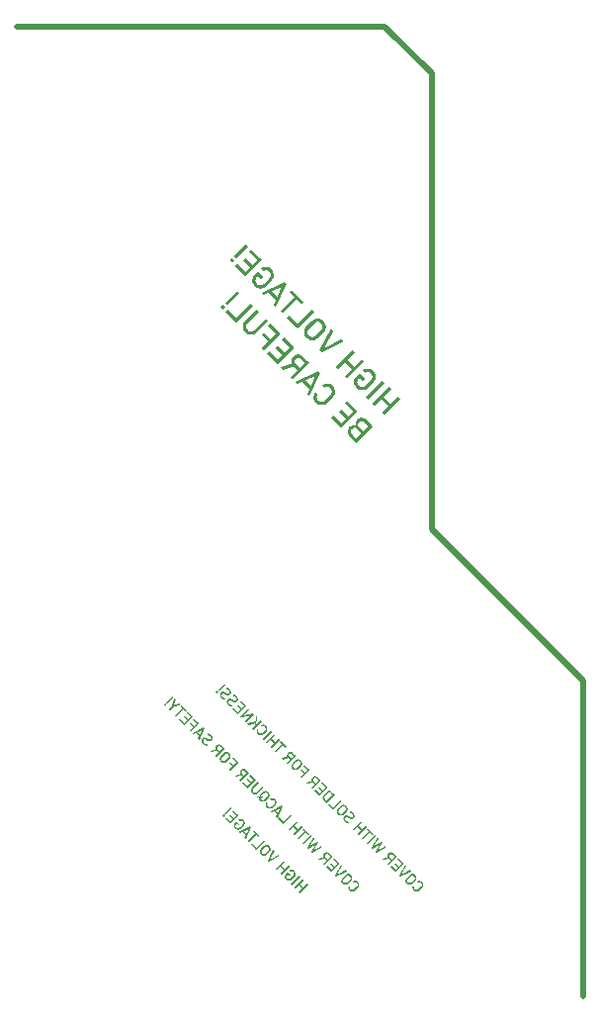
<source format=gbr>
%TF.GenerationSoftware,KiCad,Pcbnew,9.0.7*%
%TF.CreationDate,2026-02-03T14:25:51+01:00*%
%TF.ProjectId,lokho2-base,6c6f6b68-6f32-42d6-9261-73652e6b6963,rev?*%
%TF.SameCoordinates,Original*%
%TF.FileFunction,Legend,Bot*%
%TF.FilePolarity,Positive*%
%FSLAX46Y46*%
G04 Gerber Fmt 4.6, Leading zero omitted, Abs format (unit mm)*
G04 Created by KiCad (PCBNEW 9.0.7) date 2026-02-03 14:25:51*
%MOMM*%
%LPD*%
G01*
G04 APERTURE LIST*
%ADD10C,0.500000*%
%ADD11C,0.125000*%
G04 APERTURE END LIST*
D10*
X136000000Y-109000000D02*
X149000000Y-122000000D01*
X136000000Y-70000000D02*
X136000000Y-109000000D01*
X132000000Y-66000000D02*
X136000000Y-70000000D01*
X100500000Y-66000000D02*
X132000000Y-66000000D01*
X149000000Y-122000000D02*
X149000000Y-149000000D01*
D11*
G36*
X128968422Y-139897833D02*
G01*
X129020266Y-139942062D01*
X129073752Y-139973602D01*
X129129513Y-139993728D01*
X129187980Y-140003000D01*
X129246666Y-140001049D01*
X129306580Y-139987640D01*
X129363495Y-139963828D01*
X129419381Y-139928532D01*
X129474752Y-139880347D01*
X129667535Y-139687564D01*
X129716033Y-139631865D01*
X129751455Y-139575837D01*
X129775260Y-139518960D01*
X129788689Y-139459018D01*
X129790638Y-139400333D01*
X129781348Y-139341894D01*
X129761244Y-139286106D01*
X129729717Y-139232606D01*
X129685496Y-139180759D01*
X129642577Y-139143800D01*
X129596902Y-139115598D01*
X129548022Y-139095529D01*
X129496567Y-139083416D01*
X129444287Y-139079562D01*
X129390558Y-139084001D01*
X129338047Y-139096492D01*
X129286267Y-139117452D01*
X129234734Y-139147513D01*
X129335681Y-139248460D01*
X129379979Y-139228906D01*
X129425617Y-139219920D01*
X129471721Y-139220708D01*
X129515554Y-139230930D01*
X129555718Y-139249976D01*
X129589472Y-139276783D01*
X129617990Y-139311306D01*
X129636706Y-139347283D01*
X129646614Y-139385387D01*
X129647889Y-139426563D01*
X129636684Y-139480373D01*
X129610421Y-139533282D01*
X129566631Y-139586574D01*
X129373762Y-139779444D01*
X129320469Y-139823225D01*
X129267635Y-139849405D01*
X129213966Y-139860486D01*
X129172932Y-139859101D01*
X129134912Y-139849122D01*
X129098971Y-139830357D01*
X129064446Y-139801809D01*
X129037903Y-139768950D01*
X129018793Y-139730810D01*
X129007021Y-139686355D01*
X129005069Y-139640784D01*
X129014443Y-139595085D01*
X129036122Y-139548018D01*
X128935176Y-139447071D01*
X128905146Y-139498611D01*
X128884241Y-139550476D01*
X128871836Y-139603154D01*
X128867536Y-139657025D01*
X128871411Y-139709324D01*
X128883407Y-139760662D01*
X128903340Y-139809341D01*
X128931463Y-139854916D01*
X128968422Y-139897833D01*
G37*
G36*
X128928311Y-138487820D02*
G01*
X128984043Y-138508494D01*
X129037853Y-138540648D01*
X129090352Y-138585615D01*
X129135320Y-138638113D01*
X129167490Y-138691938D01*
X129188190Y-138747699D01*
X129198124Y-138806191D01*
X129196798Y-138864718D01*
X129184045Y-138924291D01*
X129160808Y-138980856D01*
X129125998Y-139036405D01*
X129078176Y-139091470D01*
X128879133Y-139290514D01*
X128824399Y-139338028D01*
X128768918Y-139372791D01*
X128712170Y-139396166D01*
X128652446Y-139409044D01*
X128593850Y-139410435D01*
X128535362Y-139400527D01*
X128479601Y-139379827D01*
X128425776Y-139347657D01*
X128373278Y-139302689D01*
X128328311Y-139250191D01*
X128296157Y-139196380D01*
X128275483Y-139140648D01*
X128265555Y-139082132D01*
X128266181Y-139055806D01*
X128408078Y-139055806D01*
X128413264Y-139108725D01*
X128433555Y-139157982D01*
X128470684Y-139205283D01*
X128517657Y-139242121D01*
X128566845Y-139262374D01*
X128619945Y-139267673D01*
X128672821Y-139258333D01*
X128724020Y-139234142D01*
X128774905Y-139192848D01*
X128980511Y-138987242D01*
X129022103Y-138936025D01*
X129046332Y-138884761D01*
X129055552Y-138832066D01*
X129050140Y-138779111D01*
X129029821Y-138729989D01*
X128992946Y-138683021D01*
X128945650Y-138645855D01*
X128896460Y-138625497D01*
X128843685Y-138620199D01*
X128791131Y-138629529D01*
X128739935Y-138653826D01*
X128688725Y-138695456D01*
X128483119Y-138901062D01*
X128441787Y-138951941D01*
X128417527Y-139003072D01*
X128408078Y-139055806D01*
X128266181Y-139055806D01*
X128266948Y-139023537D01*
X128279844Y-138963841D01*
X128303197Y-138907065D01*
X128337946Y-138851570D01*
X128385453Y-138796834D01*
X128584497Y-138597791D01*
X128639565Y-138549976D01*
X128695128Y-138515180D01*
X128751719Y-138491965D01*
X128811265Y-138479193D01*
X128869791Y-138477866D01*
X128928311Y-138487820D01*
G37*
G36*
X127817683Y-138731897D02*
G01*
X128748524Y-138258985D01*
X128641317Y-138151778D01*
X127922429Y-138533458D01*
X128304152Y-137814613D01*
X128196902Y-137707363D01*
X127723990Y-138638204D01*
X127817683Y-138731897D01*
G37*
G36*
X127388380Y-138302593D02*
G01*
X128090256Y-137600717D01*
X127991727Y-137502188D01*
X127289851Y-138204065D01*
X127388380Y-138302593D01*
G37*
G36*
X127340583Y-138254797D02*
G01*
X127434535Y-138160845D01*
X127031181Y-137757491D01*
X126937229Y-137851443D01*
X127340583Y-138254797D01*
G37*
G36*
X127641782Y-137953598D02*
G01*
X127735734Y-137859646D01*
X127385530Y-137509442D01*
X127291578Y-137603394D01*
X127641782Y-137953598D01*
G37*
G36*
X127948508Y-137646873D02*
G01*
X128042460Y-137552921D01*
X127639105Y-137149566D01*
X127545153Y-137243518D01*
X127948508Y-137646873D01*
G37*
G36*
X127049747Y-137372616D02*
G01*
X127143699Y-137278664D01*
X126904113Y-137039078D01*
X126880271Y-137008306D01*
X126867540Y-136975719D01*
X126864952Y-136940074D01*
X126872183Y-136904617D01*
X126889359Y-136869800D01*
X126918102Y-136834767D01*
X126953136Y-136806025D01*
X126987937Y-136788866D01*
X127023366Y-136781660D01*
X127059040Y-136784225D01*
X127091640Y-136796943D01*
X127122413Y-136820778D01*
X127361999Y-137060364D01*
X127455951Y-136966412D01*
X127220208Y-136730669D01*
X127176973Y-136693403D01*
X127132928Y-136666497D01*
X127087613Y-136648849D01*
X127039950Y-136639672D01*
X126992851Y-136639555D01*
X126945519Y-136648461D01*
X126900466Y-136665874D01*
X126856539Y-136692650D01*
X126813270Y-136729935D01*
X126776325Y-136772885D01*
X126749668Y-136816813D01*
X126732227Y-136862184D01*
X126723309Y-136909830D01*
X126723371Y-136957005D01*
X126732400Y-137004494D01*
X126749916Y-137049664D01*
X126776743Y-137093635D01*
X126814004Y-137136873D01*
X127049747Y-137372616D01*
G37*
G36*
X126797035Y-137711249D02*
G01*
X127498911Y-137009373D01*
X127400383Y-136910844D01*
X126698507Y-137612720D01*
X126797035Y-137711249D01*
G37*
G36*
X126401928Y-137316141D02*
G01*
X126880236Y-137159497D01*
X126804462Y-137039164D01*
X126285006Y-137199219D01*
X126401928Y-137316141D01*
G37*
G36*
X125884026Y-136495055D02*
G01*
X126290403Y-135800864D01*
X126222745Y-135733206D01*
X125528511Y-136139540D01*
X125954663Y-135465124D01*
X125852248Y-135362709D01*
X125321869Y-136236082D01*
X125422340Y-136336554D01*
X126042225Y-135975556D01*
X125687055Y-136601269D01*
X125787527Y-136701740D01*
X126660857Y-136171318D01*
X126558485Y-136068946D01*
X125884026Y-136495055D01*
G37*
G36*
X125647074Y-135157535D02*
G01*
X124945198Y-135859411D01*
X125043726Y-135957940D01*
X125745602Y-135256064D01*
X125647074Y-135157535D01*
G37*
G36*
X124630959Y-135545173D02*
G01*
X125275195Y-134900937D01*
X125176623Y-134802365D01*
X124532388Y-135446601D01*
X124630959Y-135545173D01*
G37*
G36*
X125437409Y-135135774D02*
G01*
X125531361Y-135041822D01*
X125035739Y-134546200D01*
X124941787Y-134640152D01*
X125437409Y-135135774D01*
G37*
G36*
X123838542Y-134752756D02*
G01*
X124540418Y-134050879D01*
X124441890Y-133952351D01*
X123740014Y-134654227D01*
X123838542Y-134752756D01*
G37*
G36*
X124237536Y-135151749D02*
G01*
X124939412Y-134449873D01*
X124840883Y-134351344D01*
X124139007Y-135053221D01*
X124237536Y-135151749D01*
G37*
G36*
X124474618Y-134791960D02*
G01*
X124568569Y-134698008D01*
X124178773Y-134308211D01*
X124084821Y-134402163D01*
X124474618Y-134791960D01*
G37*
G36*
X123300780Y-134214993D02*
G01*
X124002656Y-133513117D01*
X123904127Y-133414588D01*
X123202251Y-134116464D01*
X123300780Y-134214993D01*
G37*
G36*
X123251515Y-134165729D02*
G01*
X123345467Y-134071777D01*
X122943581Y-133669891D01*
X122849629Y-133763842D01*
X123251515Y-134165729D01*
G37*
G36*
X122791557Y-133705770D02*
G01*
X123234547Y-132745008D01*
X123150482Y-132660943D01*
X122189720Y-133103934D01*
X122295977Y-133210191D01*
X123056876Y-132838658D01*
X122685299Y-133599513D01*
X122791557Y-133705770D01*
G37*
G36*
X122827004Y-133431729D02*
G01*
X122920956Y-133337777D01*
X122551452Y-132968273D01*
X122457500Y-133062225D01*
X122827004Y-133431729D01*
G37*
G36*
X121884722Y-132814133D02*
G01*
X121936566Y-132858362D01*
X121990052Y-132889902D01*
X122045813Y-132910028D01*
X122104280Y-132919300D01*
X122162966Y-132917349D01*
X122222880Y-132903940D01*
X122279795Y-132880127D01*
X122335681Y-132844832D01*
X122391052Y-132796647D01*
X122583835Y-132603864D01*
X122632333Y-132548165D01*
X122667755Y-132492137D01*
X122691560Y-132435260D01*
X122704989Y-132375318D01*
X122706938Y-132316633D01*
X122697648Y-132258194D01*
X122677544Y-132202406D01*
X122646017Y-132148906D01*
X122601796Y-132097059D01*
X122558877Y-132060100D01*
X122513202Y-132031898D01*
X122464322Y-132011829D01*
X122412867Y-131999716D01*
X122360587Y-131995862D01*
X122306858Y-132000301D01*
X122254347Y-132012792D01*
X122202567Y-132033752D01*
X122151034Y-132063813D01*
X122251981Y-132164760D01*
X122296279Y-132145206D01*
X122341917Y-132136220D01*
X122388021Y-132137008D01*
X122431854Y-132147230D01*
X122472018Y-132166276D01*
X122505772Y-132193083D01*
X122534290Y-132227606D01*
X122553006Y-132263583D01*
X122562914Y-132301687D01*
X122564189Y-132342863D01*
X122552984Y-132396673D01*
X122526721Y-132449582D01*
X122482931Y-132502874D01*
X122290062Y-132695744D01*
X122236769Y-132739525D01*
X122183935Y-132765705D01*
X122130266Y-132776786D01*
X122089232Y-132775401D01*
X122051212Y-132765422D01*
X122015271Y-132746657D01*
X121980746Y-132718109D01*
X121954203Y-132685250D01*
X121935093Y-132647110D01*
X121923321Y-132602655D01*
X121921369Y-132557084D01*
X121930743Y-132511385D01*
X121952422Y-132464318D01*
X121851476Y-132363371D01*
X121821446Y-132414911D01*
X121800541Y-132466776D01*
X121788136Y-132519454D01*
X121783836Y-132573325D01*
X121787711Y-132625624D01*
X121799707Y-132676962D01*
X121819640Y-132725641D01*
X121847763Y-132771216D01*
X121884722Y-132814133D01*
G37*
G36*
X121844611Y-131404120D02*
G01*
X121900343Y-131424794D01*
X121954153Y-131456948D01*
X122006652Y-131501915D01*
X122051620Y-131554413D01*
X122083790Y-131608238D01*
X122104490Y-131663999D01*
X122114424Y-131722491D01*
X122113098Y-131781018D01*
X122100345Y-131840591D01*
X122077108Y-131897156D01*
X122042298Y-131952705D01*
X121994476Y-132007770D01*
X121795433Y-132206814D01*
X121740699Y-132254328D01*
X121685218Y-132289091D01*
X121628470Y-132312466D01*
X121568746Y-132325344D01*
X121510150Y-132326735D01*
X121451662Y-132316827D01*
X121395901Y-132296127D01*
X121342076Y-132263957D01*
X121289578Y-132218989D01*
X121244611Y-132166491D01*
X121212457Y-132112680D01*
X121191783Y-132056948D01*
X121181918Y-131998801D01*
X121326994Y-131998801D01*
X121329564Y-132025025D01*
X121349855Y-132074282D01*
X121386984Y-132121583D01*
X121433957Y-132158421D01*
X121483145Y-132178674D01*
X121536245Y-132183973D01*
X121589121Y-132174633D01*
X121640320Y-132150442D01*
X121691205Y-132109148D01*
X121896811Y-131903542D01*
X121938403Y-131852325D01*
X121962632Y-131801061D01*
X121971852Y-131748366D01*
X121966440Y-131695411D01*
X121946121Y-131646289D01*
X121909246Y-131599321D01*
X121861950Y-131562155D01*
X121812760Y-131541797D01*
X121759985Y-131536499D01*
X121707431Y-131545829D01*
X121656235Y-131570126D01*
X121605025Y-131611756D01*
X121399419Y-131817362D01*
X121358087Y-131868241D01*
X121350918Y-131883349D01*
X121507057Y-131902031D01*
X121493025Y-132018478D01*
X121326994Y-131998801D01*
X121181918Y-131998801D01*
X121181855Y-131998432D01*
X121182254Y-131981648D01*
X121024863Y-131962996D01*
X121039370Y-131846074D01*
X121202145Y-131865549D01*
X121219497Y-131823365D01*
X121254246Y-131767870D01*
X121301753Y-131713134D01*
X121500797Y-131514091D01*
X121555865Y-131466276D01*
X121611428Y-131431480D01*
X121668019Y-131408265D01*
X121727565Y-131395493D01*
X121786091Y-131394166D01*
X121844611Y-131404120D01*
G37*
G36*
X120635152Y-131564564D02*
G01*
X120698101Y-131618019D01*
X120760072Y-131653284D01*
X120822061Y-131672888D01*
X120885403Y-131678118D01*
X120948298Y-131669395D01*
X121011402Y-131646386D01*
X121075929Y-131607389D01*
X121142821Y-131549625D01*
X121590992Y-131101453D01*
X121492464Y-131002925D01*
X121041140Y-131454248D01*
X120986568Y-131499228D01*
X120934608Y-131524824D01*
X120883719Y-131534384D01*
X120845238Y-131531656D01*
X120807737Y-131520164D01*
X120770383Y-131499171D01*
X120732558Y-131467158D01*
X120700317Y-131429098D01*
X120679150Y-131391558D01*
X120667524Y-131353918D01*
X120664685Y-131315350D01*
X120674117Y-131264291D01*
X120699630Y-131212248D01*
X120744561Y-131157669D01*
X121195885Y-130706346D01*
X121097313Y-130607774D01*
X120649141Y-131055945D01*
X120591416Y-131122835D01*
X120552480Y-131187409D01*
X120529555Y-131250612D01*
X120520951Y-131313666D01*
X120526292Y-131377095D01*
X120546031Y-131439223D01*
X120581469Y-131501380D01*
X120635152Y-131564564D01*
G37*
G36*
X120240433Y-131154647D02*
G01*
X120942310Y-130452771D01*
X120843781Y-130354242D01*
X120141905Y-131056118D01*
X120240433Y-131154647D01*
G37*
G36*
X120192637Y-131106850D02*
G01*
X120286589Y-131012899D01*
X119883235Y-130609544D01*
X119789283Y-130703496D01*
X120192637Y-131106850D01*
G37*
G36*
X120493836Y-130805652D02*
G01*
X120587788Y-130711700D01*
X120237584Y-130361496D01*
X120143632Y-130455447D01*
X120493836Y-130805652D01*
G37*
G36*
X120800561Y-130498926D02*
G01*
X120894513Y-130404974D01*
X120491159Y-130001620D01*
X120397207Y-130095572D01*
X120800561Y-130498926D01*
G37*
G36*
X119901800Y-130224669D02*
G01*
X119995752Y-130130717D01*
X119756166Y-129891131D01*
X119732324Y-129860360D01*
X119719593Y-129827773D01*
X119717005Y-129792128D01*
X119724236Y-129756671D01*
X119741412Y-129721854D01*
X119770155Y-129686820D01*
X119805189Y-129658079D01*
X119839991Y-129640919D01*
X119875420Y-129633713D01*
X119911094Y-129636279D01*
X119943694Y-129648996D01*
X119974466Y-129672831D01*
X120214052Y-129912417D01*
X120308004Y-129818465D01*
X120072261Y-129582722D01*
X120029026Y-129545456D01*
X119984981Y-129518550D01*
X119939666Y-129500903D01*
X119892003Y-129491726D01*
X119844905Y-129491608D01*
X119797572Y-129500514D01*
X119752519Y-129517927D01*
X119708592Y-129544703D01*
X119665323Y-129581988D01*
X119628379Y-129624939D01*
X119601721Y-129668866D01*
X119584281Y-129714237D01*
X119575363Y-129761884D01*
X119575424Y-129809059D01*
X119584454Y-129856547D01*
X119601970Y-129901717D01*
X119628796Y-129945689D01*
X119666057Y-129988926D01*
X119901800Y-130224669D01*
G37*
G36*
X119649089Y-130563302D02*
G01*
X120350965Y-129861426D01*
X120252436Y-129762897D01*
X119550560Y-130464774D01*
X119649089Y-130563302D01*
G37*
G36*
X119253981Y-130168195D02*
G01*
X119732290Y-130011550D01*
X119656515Y-129891218D01*
X119137059Y-130051273D01*
X119253981Y-130168195D01*
G37*
G36*
X118738584Y-129652797D02*
G01*
X119440460Y-128950921D01*
X119341931Y-128852392D01*
X118640055Y-129554269D01*
X118738584Y-129652797D01*
G37*
G36*
X118985942Y-129308811D02*
G01*
X119079894Y-129214859D01*
X118739361Y-128874326D01*
X118645409Y-128968278D01*
X118985942Y-129308811D01*
G37*
G36*
X119298194Y-128996559D02*
G01*
X119392146Y-128902607D01*
X118998506Y-128508967D01*
X118904554Y-128602919D01*
X119298194Y-128996559D01*
G37*
G36*
X118500336Y-128059846D02*
G01*
X118556068Y-128080520D01*
X118609879Y-128112674D01*
X118662377Y-128157640D01*
X118707345Y-128210139D01*
X118739515Y-128263964D01*
X118760215Y-128319725D01*
X118770149Y-128378216D01*
X118768824Y-128436743D01*
X118756070Y-128496316D01*
X118732834Y-128552881D01*
X118698024Y-128608430D01*
X118650202Y-128663496D01*
X118451158Y-128862539D01*
X118396424Y-128910053D01*
X118340944Y-128944816D01*
X118284195Y-128968192D01*
X118224472Y-128981069D01*
X118165876Y-128982461D01*
X118107387Y-128972553D01*
X118051627Y-128951852D01*
X117997801Y-128919682D01*
X117945303Y-128874715D01*
X117900337Y-128822216D01*
X117868183Y-128768405D01*
X117847508Y-128712674D01*
X117837580Y-128654157D01*
X117838206Y-128627832D01*
X117980103Y-128627832D01*
X117985289Y-128680751D01*
X118005580Y-128730008D01*
X118042709Y-128777309D01*
X118089683Y-128814147D01*
X118138871Y-128834399D01*
X118191970Y-128839699D01*
X118244846Y-128830359D01*
X118296045Y-128806167D01*
X118346930Y-128764874D01*
X118552537Y-128559268D01*
X118594128Y-128508051D01*
X118618357Y-128456787D01*
X118627577Y-128404091D01*
X118622166Y-128351136D01*
X118601846Y-128302015D01*
X118564971Y-128255046D01*
X118517675Y-128217880D01*
X118468485Y-128197523D01*
X118415710Y-128192225D01*
X118363157Y-128201554D01*
X118311961Y-128225851D01*
X118260750Y-128267481D01*
X118055144Y-128473087D01*
X118013812Y-128523966D01*
X117989553Y-128575097D01*
X117980103Y-128627832D01*
X117838206Y-128627832D01*
X117838973Y-128595562D01*
X117851869Y-128535866D01*
X117875223Y-128479091D01*
X117909971Y-128423596D01*
X117957479Y-128368860D01*
X118156522Y-128169816D01*
X118211590Y-128122001D01*
X118267153Y-128087205D01*
X118323745Y-128063991D01*
X118383291Y-128051219D01*
X118441816Y-128049892D01*
X118500336Y-128059846D01*
G37*
G36*
X117808606Y-128131475D02*
G01*
X117902558Y-128037523D01*
X117662972Y-127797937D01*
X117639130Y-127767166D01*
X117626399Y-127734579D01*
X117623811Y-127698934D01*
X117631042Y-127663477D01*
X117648218Y-127628660D01*
X117676961Y-127593626D01*
X117711995Y-127564885D01*
X117746797Y-127547725D01*
X117782226Y-127540519D01*
X117817900Y-127543085D01*
X117850500Y-127555802D01*
X117881272Y-127579637D01*
X118120858Y-127819223D01*
X118214810Y-127725271D01*
X117979067Y-127489528D01*
X117935832Y-127452262D01*
X117891787Y-127425356D01*
X117846472Y-127407709D01*
X117798809Y-127398532D01*
X117751711Y-127398414D01*
X117704378Y-127407320D01*
X117659325Y-127424734D01*
X117615398Y-127451509D01*
X117572129Y-127488794D01*
X117535185Y-127531745D01*
X117508527Y-127575672D01*
X117491087Y-127621044D01*
X117482169Y-127668690D01*
X117482230Y-127715865D01*
X117491260Y-127763353D01*
X117508776Y-127808523D01*
X117535602Y-127852495D01*
X117572863Y-127895732D01*
X117808606Y-128131475D01*
G37*
G36*
X117555895Y-128470108D02*
G01*
X118257771Y-127768232D01*
X118159242Y-127669703D01*
X117457366Y-128371580D01*
X117555895Y-128470108D01*
G37*
G36*
X117160787Y-128075001D02*
G01*
X117639096Y-127918356D01*
X117563321Y-127798024D01*
X117043865Y-127958079D01*
X117160787Y-128075001D01*
G37*
G36*
X116426701Y-127356113D02*
G01*
X116479496Y-127403947D01*
X116532743Y-127442811D01*
X116588893Y-127474622D01*
X116646253Y-127498379D01*
X116705940Y-127514698D01*
X116768227Y-127523724D01*
X116782259Y-127386984D01*
X116709317Y-127375307D01*
X116641547Y-127350932D01*
X116578815Y-127314159D01*
X116519271Y-127263543D01*
X116472670Y-127209616D01*
X116443948Y-127161105D01*
X116429508Y-127116699D01*
X116427768Y-127071436D01*
X116440136Y-127031512D01*
X116467373Y-126994726D01*
X116467848Y-126994251D01*
X116496395Y-126970983D01*
X116523640Y-126958230D01*
X116550488Y-126954183D01*
X116592576Y-126959954D01*
X116637877Y-126978362D01*
X116730620Y-127036737D01*
X116826515Y-127100767D01*
X116877356Y-127127834D01*
X116929405Y-127146146D01*
X116983271Y-127152771D01*
X117040066Y-127144203D01*
X117076224Y-127129663D01*
X117115494Y-127104590D01*
X117158671Y-127066615D01*
X117159146Y-127066140D01*
X117202815Y-127013630D01*
X117230732Y-126960665D01*
X117244882Y-126906237D01*
X117245931Y-126848962D01*
X117234649Y-126792924D01*
X117210577Y-126735236D01*
X117171842Y-126674878D01*
X117115754Y-126611017D01*
X117055381Y-126559690D01*
X116987002Y-126518533D01*
X116911783Y-126488358D01*
X116826429Y-126468578D01*
X116804150Y-126602857D01*
X116871680Y-126617101D01*
X116928714Y-126638218D01*
X116979860Y-126667438D01*
X117023184Y-126703587D01*
X117066788Y-126754523D01*
X117093357Y-126800988D01*
X117106212Y-126844213D01*
X117106517Y-126888046D01*
X117093027Y-126927868D01*
X117064504Y-126965625D01*
X117063985Y-126966143D01*
X117035733Y-126988723D01*
X117008207Y-127000570D01*
X116980396Y-127003361D01*
X116936852Y-126995081D01*
X116889078Y-126973440D01*
X116790117Y-126911611D01*
X116694222Y-126852935D01*
X116643648Y-126829193D01*
X116592499Y-126814076D01*
X116540147Y-126809864D01*
X116485507Y-126819602D01*
X116450821Y-126834089D01*
X116413589Y-126858146D01*
X116373162Y-126893779D01*
X116372213Y-126894729D01*
X116329342Y-126946696D01*
X116302319Y-126999552D01*
X116289226Y-127054383D01*
X116289573Y-127112684D01*
X116302305Y-127169424D01*
X116327958Y-127228266D01*
X116368506Y-127290216D01*
X116426701Y-127356113D01*
G37*
G36*
X116103698Y-127017912D02*
G01*
X116546689Y-126057150D01*
X116462624Y-125973085D01*
X115501862Y-126416075D01*
X115608119Y-126522333D01*
X116369017Y-126150799D01*
X115997441Y-126911655D01*
X116103698Y-127017912D01*
G37*
G36*
X116139146Y-126743871D02*
G01*
X116233098Y-126649919D01*
X115863594Y-126280415D01*
X115769642Y-126374367D01*
X116139146Y-126743871D01*
G37*
G36*
X115395691Y-126309904D02*
G01*
X116097567Y-125608028D01*
X115999039Y-125509500D01*
X115297162Y-126211376D01*
X115395691Y-126309904D01*
G37*
G36*
X115643049Y-125965918D02*
G01*
X115737001Y-125871966D01*
X115396468Y-125531433D01*
X115302516Y-125625385D01*
X115643049Y-125965918D01*
G37*
G36*
X115955301Y-125653666D02*
G01*
X116049253Y-125559714D01*
X115655613Y-125166074D01*
X115561661Y-125260026D01*
X115955301Y-125653666D01*
G37*
G36*
X114832670Y-125746884D02*
G01*
X115534546Y-125045007D01*
X115436018Y-124946479D01*
X114734141Y-125648355D01*
X114832670Y-125746884D01*
G37*
G36*
X114784874Y-125699087D02*
G01*
X114878826Y-125605135D01*
X114475471Y-125201781D01*
X114381519Y-125295733D01*
X114784874Y-125699087D01*
G37*
G36*
X115086073Y-125397888D02*
G01*
X115180025Y-125303936D01*
X114829820Y-124953732D01*
X114735868Y-125047684D01*
X115086073Y-125397888D01*
G37*
G36*
X115392798Y-125091163D02*
G01*
X115486750Y-124997211D01*
X115083396Y-124593857D01*
X114989444Y-124687809D01*
X115392798Y-125091163D01*
G37*
G36*
X114120086Y-125034300D02*
G01*
X114764322Y-124390064D01*
X114665750Y-124291492D01*
X114021514Y-124935728D01*
X114120086Y-125034300D01*
G37*
G36*
X114926536Y-124624901D02*
G01*
X115020488Y-124530949D01*
X114524865Y-124035326D01*
X114430913Y-124129278D01*
X114926536Y-124624901D01*
G37*
G36*
X113964780Y-123475241D02*
G01*
X113762153Y-124105833D01*
X113476887Y-124391100D01*
X113575458Y-124489672D01*
X113860725Y-124204405D01*
X114491317Y-124001778D01*
X114381649Y-123892110D01*
X113911371Y-124055144D01*
X114074449Y-123584910D01*
X113964780Y-123475241D01*
G37*
G36*
X113373306Y-123926910D02*
G01*
X113894878Y-123405339D01*
X113796349Y-123306810D01*
X113274778Y-123828382D01*
X113373306Y-123926910D01*
G37*
G36*
X113195419Y-124109633D02*
G01*
X113299043Y-124006009D01*
X113195678Y-123902645D01*
X113092055Y-124006268D01*
X113195419Y-124109633D01*
G37*
G36*
X124306942Y-139721155D02*
G01*
X125008818Y-139019279D01*
X124910289Y-138920751D01*
X124208413Y-139622627D01*
X124306942Y-139721155D01*
G37*
G36*
X124705935Y-140120149D02*
G01*
X125407812Y-139418273D01*
X125309283Y-139319744D01*
X124607407Y-140021620D01*
X124705935Y-140120149D01*
G37*
G36*
X124943017Y-139760360D02*
G01*
X125036969Y-139666408D01*
X124647172Y-139276611D01*
X124553220Y-139370563D01*
X124943017Y-139760360D01*
G37*
G36*
X124637803Y-138648264D02*
G01*
X123935927Y-139350140D01*
X124034455Y-139448669D01*
X124736332Y-138746793D01*
X124637803Y-138648264D01*
G37*
G36*
X123904149Y-138561220D02*
G01*
X123660720Y-138317791D01*
X123537797Y-138440715D01*
X123489249Y-138496514D01*
X123453746Y-138552786D01*
X123429856Y-138610053D01*
X123416363Y-138670341D01*
X123414365Y-138729227D01*
X123423595Y-138787724D01*
X123443719Y-138843462D01*
X123475527Y-138897277D01*
X123520397Y-138949808D01*
X123573135Y-138995337D01*
X123626808Y-139028310D01*
X123681963Y-139050064D01*
X123739970Y-139061394D01*
X123797464Y-139061535D01*
X123855446Y-139050496D01*
X123910626Y-139029025D01*
X123964152Y-138996360D01*
X124016580Y-138951190D01*
X124223870Y-138743900D01*
X124272333Y-138688188D01*
X124307683Y-138632090D01*
X124331380Y-138575080D01*
X124344665Y-138514977D01*
X124346526Y-138456203D01*
X124337209Y-138397754D01*
X124317058Y-138341987D01*
X124285235Y-138288158D01*
X124240364Y-138235627D01*
X124197155Y-138198374D01*
X124151362Y-138170011D01*
X124102545Y-138149878D01*
X124051081Y-138137681D01*
X123998740Y-138133682D01*
X123944907Y-138137918D01*
X123892312Y-138150239D01*
X123840534Y-138171058D01*
X123789084Y-138200999D01*
X123895859Y-138307775D01*
X123942471Y-138285716D01*
X123987404Y-138275832D01*
X124031865Y-138277033D01*
X124075363Y-138287904D01*
X124112496Y-138306090D01*
X124144339Y-138331651D01*
X124173373Y-138366718D01*
X124192437Y-138403089D01*
X124202574Y-138441433D01*
X124204009Y-138482682D01*
X124192912Y-138536633D01*
X124166718Y-138589611D01*
X124122967Y-138642910D01*
X123915591Y-138850287D01*
X123866644Y-138889574D01*
X123816928Y-138912018D01*
X123764991Y-138919714D01*
X123713021Y-138912978D01*
X123664004Y-138891622D01*
X123616421Y-138853784D01*
X123579683Y-138806839D01*
X123559715Y-138757765D01*
X123554851Y-138704825D01*
X123564994Y-138652192D01*
X123591333Y-138598855D01*
X123637103Y-138543302D01*
X123667715Y-138512690D01*
X123810197Y-138655172D01*
X123904149Y-138561220D01*
G37*
G36*
X122733247Y-138147460D02*
G01*
X123435123Y-137445584D01*
X123336594Y-137347055D01*
X122634718Y-138048932D01*
X122733247Y-138147460D01*
G37*
G36*
X123132240Y-138546454D02*
G01*
X123834117Y-137844578D01*
X123735588Y-137746049D01*
X123033712Y-138447925D01*
X123132240Y-138546454D01*
G37*
G36*
X123369322Y-138186665D02*
G01*
X123463274Y-138092713D01*
X123073477Y-137702916D01*
X122979525Y-137796868D01*
X123369322Y-138186665D01*
G37*
G36*
X122038970Y-137453183D02*
G01*
X122969811Y-136980272D01*
X122862603Y-136873065D01*
X122143716Y-137254744D01*
X122525439Y-136535900D01*
X122418188Y-136428649D01*
X121945277Y-137359490D01*
X122038970Y-137453183D01*
G37*
G36*
X121939275Y-135998785D02*
G01*
X121995007Y-136019459D01*
X122048818Y-136051613D01*
X122101316Y-136096579D01*
X122146284Y-136149078D01*
X122178454Y-136202903D01*
X122199154Y-136258664D01*
X122209088Y-136317155D01*
X122207763Y-136375682D01*
X122195009Y-136435255D01*
X122171773Y-136491820D01*
X122136963Y-136547369D01*
X122089141Y-136602435D01*
X121890097Y-136801478D01*
X121835363Y-136848992D01*
X121779883Y-136883755D01*
X121723134Y-136907131D01*
X121663411Y-136920008D01*
X121604815Y-136921400D01*
X121546326Y-136911492D01*
X121490566Y-136890791D01*
X121436740Y-136858621D01*
X121384242Y-136813654D01*
X121339276Y-136761155D01*
X121307122Y-136707344D01*
X121286447Y-136651613D01*
X121276519Y-136593096D01*
X121277145Y-136566771D01*
X121419042Y-136566771D01*
X121424228Y-136619690D01*
X121444519Y-136668947D01*
X121481648Y-136716248D01*
X121528622Y-136753086D01*
X121577810Y-136773338D01*
X121630909Y-136778638D01*
X121683785Y-136769298D01*
X121734984Y-136745106D01*
X121785869Y-136703813D01*
X121991476Y-136498207D01*
X122033067Y-136446990D01*
X122057296Y-136395726D01*
X122066516Y-136343030D01*
X122061105Y-136290075D01*
X122040785Y-136240954D01*
X122003910Y-136193985D01*
X121956614Y-136156819D01*
X121907424Y-136136462D01*
X121854649Y-136131164D01*
X121802096Y-136140493D01*
X121750900Y-136164790D01*
X121699689Y-136206420D01*
X121494083Y-136412026D01*
X121452751Y-136462905D01*
X121428492Y-136514036D01*
X121419042Y-136566771D01*
X121277145Y-136566771D01*
X121277912Y-136534501D01*
X121290808Y-136474805D01*
X121314162Y-136418030D01*
X121348910Y-136362535D01*
X121396418Y-136307799D01*
X121595461Y-136108755D01*
X121650529Y-136060940D01*
X121706092Y-136026144D01*
X121762684Y-136002930D01*
X121822230Y-135990158D01*
X121880755Y-135988831D01*
X121939275Y-135998785D01*
G37*
G36*
X120994834Y-136409047D02*
G01*
X121696710Y-135707171D01*
X121598181Y-135608642D01*
X120896305Y-136310519D01*
X120994834Y-136409047D01*
G37*
G36*
X120945569Y-136359783D02*
G01*
X121039521Y-136265831D01*
X120637635Y-135863945D01*
X120543683Y-135957897D01*
X120945569Y-136359783D01*
G37*
G36*
X120354786Y-135769000D02*
G01*
X120999022Y-135124764D01*
X120900450Y-135026192D01*
X120256214Y-135670428D01*
X120354786Y-135769000D01*
G37*
G36*
X121161236Y-135359601D02*
G01*
X121255188Y-135265649D01*
X120759565Y-134770026D01*
X120665613Y-134863978D01*
X121161236Y-135359601D01*
G37*
G36*
X120072499Y-135486712D02*
G01*
X120515489Y-134525950D01*
X120431424Y-134441885D01*
X119470662Y-134884876D01*
X119576919Y-134991133D01*
X120337818Y-134619600D01*
X119966241Y-135380455D01*
X120072499Y-135486712D01*
G37*
G36*
X120107946Y-135212671D02*
G01*
X120201898Y-135118719D01*
X119832394Y-134749215D01*
X119738442Y-134843167D01*
X120107946Y-135212671D01*
G37*
G36*
X119545055Y-134202127D02*
G01*
X119301626Y-133958698D01*
X119178703Y-134081621D01*
X119130155Y-134137420D01*
X119094653Y-134193692D01*
X119070762Y-134250959D01*
X119057269Y-134311247D01*
X119055271Y-134370134D01*
X119064501Y-134428630D01*
X119084625Y-134484368D01*
X119116433Y-134538183D01*
X119161303Y-134590715D01*
X119214041Y-134636243D01*
X119267715Y-134669217D01*
X119322869Y-134690970D01*
X119380876Y-134702300D01*
X119438371Y-134702441D01*
X119496352Y-134691402D01*
X119551533Y-134669931D01*
X119605058Y-134637266D01*
X119657487Y-134592096D01*
X119864777Y-134384806D01*
X119913239Y-134329094D01*
X119948589Y-134272997D01*
X119972286Y-134215986D01*
X119985572Y-134155884D01*
X119987433Y-134097109D01*
X119978115Y-134038661D01*
X119957965Y-133982893D01*
X119926141Y-133929064D01*
X119881270Y-133876533D01*
X119838062Y-133839280D01*
X119792269Y-133810917D01*
X119743451Y-133790785D01*
X119691987Y-133778587D01*
X119639647Y-133774588D01*
X119585814Y-133778825D01*
X119533218Y-133791145D01*
X119481440Y-133811964D01*
X119429990Y-133841905D01*
X119536765Y-133948681D01*
X119583377Y-133926623D01*
X119628310Y-133916738D01*
X119672771Y-133917939D01*
X119716269Y-133928811D01*
X119753402Y-133946996D01*
X119785246Y-133972557D01*
X119814280Y-134007624D01*
X119833343Y-134043996D01*
X119843480Y-134082339D01*
X119844915Y-134123589D01*
X119833818Y-134177539D01*
X119807624Y-134230517D01*
X119763873Y-134283816D01*
X119556497Y-134491193D01*
X119507550Y-134530480D01*
X119457834Y-134552924D01*
X119405897Y-134560621D01*
X119353927Y-134553884D01*
X119304911Y-134532528D01*
X119257327Y-134494690D01*
X119220589Y-134447745D01*
X119200622Y-134398672D01*
X119195758Y-134345731D01*
X119205900Y-134293098D01*
X119232239Y-134239761D01*
X119278009Y-134184208D01*
X119308621Y-134153596D01*
X119451103Y-134296078D01*
X119545055Y-134202127D01*
G37*
G36*
X118773147Y-134187360D02*
G01*
X119475023Y-133485484D01*
X119376494Y-133386955D01*
X118674618Y-134088832D01*
X118773147Y-134187360D01*
G37*
G36*
X118725350Y-134139564D02*
G01*
X118819302Y-134045612D01*
X118415948Y-133642258D01*
X118321996Y-133736210D01*
X118725350Y-134139564D01*
G37*
G36*
X119026549Y-133838365D02*
G01*
X119120501Y-133744413D01*
X118770297Y-133394209D01*
X118676345Y-133488161D01*
X119026549Y-133838365D01*
G37*
G36*
X119333275Y-133531640D02*
G01*
X119427227Y-133437688D01*
X119023872Y-133034333D01*
X118929920Y-133128285D01*
X119333275Y-133531640D01*
G37*
G36*
X118364525Y-133418129D02*
G01*
X118886096Y-132896557D01*
X118787568Y-132798029D01*
X118265996Y-133319600D01*
X118364525Y-133418129D01*
G37*
G36*
X118186638Y-133600851D02*
G01*
X118290261Y-133497228D01*
X118186897Y-133393864D01*
X118083273Y-133497487D01*
X118186638Y-133600851D01*
G37*
G36*
X131129139Y-98427057D02*
G01*
X132532891Y-97023304D01*
X132335834Y-96826247D01*
X130932081Y-98230000D01*
X131129139Y-98427057D01*
G37*
G36*
X131927126Y-99225044D02*
G01*
X133330878Y-97821291D01*
X133133821Y-97624234D01*
X131730068Y-99027987D01*
X131927126Y-99225044D01*
G37*
G36*
X132401289Y-98505465D02*
G01*
X132589193Y-98317562D01*
X131809599Y-97537968D01*
X131621695Y-97725872D01*
X132401289Y-98505465D01*
G37*
G36*
X131790861Y-96281274D02*
G01*
X130387108Y-97685027D01*
X130584165Y-97882084D01*
X131987918Y-96478331D01*
X131790861Y-96281274D01*
G37*
G36*
X130323552Y-96107187D02*
G01*
X129836695Y-95620329D01*
X129590848Y-95866176D01*
X129493752Y-95977774D01*
X129422748Y-96090318D01*
X129374966Y-96204852D01*
X129347981Y-96325428D01*
X129343985Y-96443201D01*
X129362445Y-96560194D01*
X129402693Y-96671671D01*
X129466308Y-96779300D01*
X129556048Y-96884363D01*
X129661525Y-96975420D01*
X129768871Y-97041367D01*
X129879180Y-97084874D01*
X129995194Y-97107534D01*
X130110184Y-97107815D01*
X130226146Y-97085738D01*
X130336507Y-97042796D01*
X130443559Y-96977465D01*
X130548415Y-96887126D01*
X130962996Y-96472546D01*
X131059921Y-96361122D01*
X131130621Y-96248927D01*
X131178014Y-96134906D01*
X131204586Y-96014701D01*
X131208307Y-95897152D01*
X131189672Y-95780255D01*
X131149371Y-95668720D01*
X131085724Y-95561061D01*
X130995982Y-95456000D01*
X130909566Y-95381494D01*
X130817980Y-95324768D01*
X130720344Y-95284503D01*
X130617417Y-95260107D01*
X130512736Y-95252110D01*
X130405070Y-95260583D01*
X130299879Y-95285224D01*
X130196323Y-95326861D01*
X130093422Y-95386745D01*
X130306973Y-95600295D01*
X130400197Y-95556179D01*
X130490063Y-95536410D01*
X130578984Y-95538812D01*
X130665981Y-95560555D01*
X130740247Y-95596925D01*
X130803934Y-95648048D01*
X130862002Y-95718181D01*
X130900129Y-95790925D01*
X130920402Y-95867612D01*
X130923273Y-95950111D01*
X130901079Y-96058013D01*
X130848691Y-96163968D01*
X130761189Y-96270566D01*
X130346436Y-96685319D01*
X130248542Y-96763894D01*
X130149111Y-96808782D01*
X130045237Y-96824175D01*
X129941297Y-96810703D01*
X129843263Y-96767989D01*
X129748097Y-96692314D01*
X129674621Y-96598424D01*
X129634686Y-96500277D01*
X129624958Y-96394396D01*
X129645243Y-96289130D01*
X129697921Y-96182456D01*
X129789460Y-96071350D01*
X129850684Y-96010126D01*
X130135649Y-96295091D01*
X130323552Y-96107187D01*
G37*
G36*
X127981749Y-95279667D02*
G01*
X129385501Y-93875914D01*
X129188444Y-93678857D01*
X127784691Y-95082610D01*
X127981749Y-95279667D01*
G37*
G36*
X128779736Y-96077654D02*
G01*
X130183488Y-94673901D01*
X129986431Y-94476844D01*
X128582678Y-95880597D01*
X128779736Y-96077654D01*
G37*
G36*
X129253899Y-95358075D02*
G01*
X129441803Y-95170172D01*
X128662209Y-94390578D01*
X128474305Y-94578482D01*
X129253899Y-95358075D01*
G37*
G36*
X126593194Y-93891113D02*
G01*
X128454876Y-92945289D01*
X128240462Y-92730875D01*
X126802686Y-93494235D01*
X127566132Y-92056545D01*
X127351631Y-91842045D01*
X126405808Y-93703727D01*
X126593194Y-93891113D01*
G37*
G36*
X126393805Y-90982316D02*
G01*
X126505269Y-91023664D01*
X126612890Y-91087972D01*
X126717888Y-91177905D01*
X126807823Y-91282901D01*
X126872163Y-91390552D01*
X126913563Y-91502074D01*
X126933431Y-91619056D01*
X126930780Y-91736110D01*
X126905273Y-91855257D01*
X126858800Y-91968387D01*
X126789181Y-92079485D01*
X126693536Y-92189615D01*
X126295449Y-92587702D01*
X126185982Y-92682731D01*
X126075020Y-92752257D01*
X125961523Y-92799008D01*
X125842076Y-92824763D01*
X125724884Y-92827545D01*
X125607908Y-92807729D01*
X125496386Y-92766329D01*
X125388735Y-92701989D01*
X125283739Y-92612054D01*
X125193806Y-92507056D01*
X125129498Y-92399435D01*
X125088150Y-92287971D01*
X125068294Y-92170938D01*
X125069545Y-92118288D01*
X125353339Y-92118288D01*
X125363711Y-92224126D01*
X125404293Y-92322639D01*
X125478551Y-92417241D01*
X125572498Y-92490917D01*
X125670874Y-92531423D01*
X125777073Y-92542021D01*
X125882825Y-92523342D01*
X125985223Y-92474959D01*
X126086993Y-92392372D01*
X126498206Y-91981159D01*
X126581390Y-91878726D01*
X126629847Y-91776198D01*
X126648287Y-91670807D01*
X126637464Y-91564897D01*
X126596825Y-91466654D01*
X126523076Y-91372717D01*
X126428483Y-91298385D01*
X126330103Y-91257670D01*
X126224554Y-91247074D01*
X126119446Y-91265733D01*
X126017054Y-91314326D01*
X125914633Y-91397587D01*
X125503421Y-91808799D01*
X125420757Y-91910556D01*
X125372238Y-92012819D01*
X125353339Y-92118288D01*
X125069545Y-92118288D01*
X125071079Y-92053748D01*
X125096871Y-91934356D01*
X125143578Y-91820805D01*
X125213076Y-91709816D01*
X125308090Y-91600343D01*
X125706177Y-91202256D01*
X125816313Y-91106626D01*
X125927439Y-91037035D01*
X126040622Y-90990605D01*
X126159714Y-90965062D01*
X126276766Y-90962408D01*
X126393805Y-90982316D01*
G37*
G36*
X124504922Y-91802841D02*
G01*
X125908675Y-90399088D01*
X125711617Y-90202031D01*
X124307865Y-91605783D01*
X124504922Y-91802841D01*
G37*
G36*
X124406394Y-91704312D02*
G01*
X124594297Y-91516408D01*
X123790525Y-90712636D01*
X123602621Y-90900539D01*
X124406394Y-91704312D01*
G37*
G36*
X123224827Y-90522746D02*
G01*
X124513298Y-89234274D01*
X124316155Y-89037130D01*
X123027683Y-90325602D01*
X123224827Y-90522746D01*
G37*
G36*
X124837726Y-89703947D02*
G01*
X125025630Y-89516044D01*
X124034385Y-88524799D01*
X123846481Y-88712703D01*
X124837726Y-89703947D01*
G37*
G36*
X122660252Y-89958170D02*
G01*
X123546232Y-88036646D01*
X123378103Y-87868517D01*
X121456579Y-88754497D01*
X121669093Y-88967012D01*
X123190890Y-88223945D01*
X122447737Y-89745656D01*
X122660252Y-89958170D01*
G37*
G36*
X122731148Y-89410089D02*
G01*
X122919051Y-89222185D01*
X122180043Y-88483177D01*
X121992140Y-88671081D01*
X122731148Y-89410089D01*
G37*
G36*
X121605365Y-87388999D02*
G01*
X121118507Y-86902142D01*
X120872661Y-87147988D01*
X120775565Y-87259587D01*
X120704560Y-87372131D01*
X120656779Y-87486664D01*
X120629793Y-87607241D01*
X120625797Y-87725014D01*
X120644257Y-87842006D01*
X120684506Y-87953483D01*
X120748121Y-88061113D01*
X120837861Y-88166175D01*
X120943337Y-88257233D01*
X121050684Y-88323180D01*
X121160993Y-88366687D01*
X121277007Y-88389346D01*
X121391996Y-88389628D01*
X121507959Y-88367550D01*
X121618320Y-88324609D01*
X121725372Y-88259278D01*
X121830228Y-88168939D01*
X122244808Y-87754358D01*
X122341734Y-87642934D01*
X122412434Y-87530739D01*
X122459827Y-87416719D01*
X122486398Y-87296514D01*
X122490120Y-87178965D01*
X122471484Y-87062067D01*
X122431184Y-86950533D01*
X122367537Y-86842874D01*
X122277795Y-86737812D01*
X122191378Y-86663307D01*
X122099792Y-86606581D01*
X122002157Y-86566315D01*
X121899229Y-86541920D01*
X121794548Y-86533922D01*
X121686882Y-86542396D01*
X121581692Y-86567036D01*
X121478135Y-86608674D01*
X121375235Y-86668557D01*
X121588785Y-86882108D01*
X121682010Y-86837991D01*
X121771876Y-86818223D01*
X121860797Y-86820625D01*
X121947794Y-86842367D01*
X122022059Y-86878738D01*
X122085746Y-86929861D01*
X122143814Y-86999994D01*
X122181941Y-87072738D01*
X122202215Y-87149424D01*
X122205086Y-87231923D01*
X122182892Y-87339825D01*
X122130503Y-87445781D01*
X122043001Y-87552379D01*
X121628249Y-87967132D01*
X121530355Y-88045706D01*
X121430923Y-88090595D01*
X121327050Y-88105987D01*
X121223110Y-88092515D01*
X121125076Y-88049802D01*
X121029909Y-87974126D01*
X120956433Y-87880236D01*
X120916498Y-87782090D01*
X120906770Y-87676209D01*
X120927056Y-87570943D01*
X120979733Y-87464268D01*
X121071272Y-87353163D01*
X121132497Y-87291939D01*
X121417461Y-87576903D01*
X121605365Y-87388999D01*
G37*
G36*
X120061548Y-87359467D02*
G01*
X121465301Y-85955714D01*
X121268243Y-85758657D01*
X119864491Y-87162409D01*
X120061548Y-87359467D01*
G37*
G36*
X119965955Y-87263874D02*
G01*
X120153859Y-87075970D01*
X119347151Y-86269261D01*
X119159247Y-86457165D01*
X119965955Y-87263874D01*
G37*
G36*
X120568353Y-86661476D02*
G01*
X120756257Y-86473572D01*
X120055849Y-85773164D01*
X119867945Y-85961068D01*
X120568353Y-86661476D01*
G37*
G36*
X121181804Y-86048025D02*
G01*
X121369708Y-85860121D01*
X120562999Y-85053413D01*
X120375095Y-85241317D01*
X121181804Y-86048025D01*
G37*
G36*
X119244304Y-85821004D02*
G01*
X120287447Y-84777861D01*
X120090390Y-84580803D01*
X119047247Y-85623946D01*
X119244304Y-85821004D01*
G37*
G36*
X118888530Y-86186449D02*
G01*
X119095777Y-85979202D01*
X118889049Y-85772473D01*
X118681802Y-85979720D01*
X118888530Y-86186449D01*
G37*
G36*
X129435361Y-101485037D02*
G01*
X129617738Y-101302660D01*
X129237095Y-100922016D01*
X129142063Y-100810710D01*
X129092023Y-100718639D01*
X129075011Y-100640592D01*
X129082552Y-100561196D01*
X129112352Y-100488021D01*
X129166717Y-100418493D01*
X129169653Y-100415557D01*
X129243613Y-100355043D01*
X129316870Y-100319416D01*
X129391321Y-100305111D01*
X129465260Y-100313943D01*
X129545653Y-100351449D01*
X129636391Y-100426005D01*
X130065392Y-100855007D01*
X130243624Y-100676774D01*
X129814623Y-100247773D01*
X129750197Y-100170203D01*
X129714438Y-100098887D01*
X129701673Y-100031373D01*
X129709858Y-99963549D01*
X129740343Y-99895364D01*
X129797612Y-99824385D01*
X129872766Y-99764494D01*
X129944960Y-99734186D01*
X130017121Y-99728533D01*
X130088782Y-99745444D01*
X130167099Y-99787553D01*
X130254850Y-99861776D01*
X130656736Y-100263662D01*
X130839114Y-100081285D01*
X130401477Y-99643648D01*
X130289321Y-99546623D01*
X130184562Y-99483535D01*
X130085216Y-99448547D01*
X129988883Y-99437956D01*
X129890912Y-99449128D01*
X129796196Y-99480893D01*
X129702952Y-99534810D01*
X129609880Y-99614029D01*
X129548463Y-99689201D01*
X129505019Y-99773503D01*
X129478797Y-99868770D01*
X129476160Y-99965689D01*
X129502200Y-100066416D01*
X129561350Y-100174632D01*
X129457222Y-100114474D01*
X129352630Y-100086088D01*
X129244176Y-100086984D01*
X129137650Y-100113685D01*
X129041421Y-100162155D01*
X128953426Y-100233870D01*
X128950576Y-100236720D01*
X128873816Y-100328297D01*
X128822171Y-100422368D01*
X128792892Y-100520418D01*
X128785038Y-100624531D01*
X128798687Y-100727501D01*
X128834331Y-100828427D01*
X128893990Y-100929139D01*
X128981318Y-101030994D01*
X129435361Y-101485037D01*
G37*
G36*
X129551247Y-101600923D02*
G01*
X130954999Y-100197170D01*
X130758892Y-100001063D01*
X129355139Y-101404815D01*
X129551247Y-101600923D01*
G37*
G36*
X128273224Y-100322900D02*
G01*
X129676977Y-98919148D01*
X129479919Y-98722090D01*
X128076167Y-100125843D01*
X128273224Y-100322900D01*
G37*
G36*
X128177631Y-100227307D02*
G01*
X128365535Y-100039404D01*
X127558827Y-99232695D01*
X127370923Y-99420599D01*
X128177631Y-100227307D01*
G37*
G36*
X128780029Y-99624910D02*
G01*
X128967933Y-99437006D01*
X128267525Y-98736598D01*
X128079621Y-98924501D01*
X128780029Y-99624910D01*
G37*
G36*
X129393480Y-99011459D02*
G01*
X129581384Y-98823555D01*
X128774675Y-98016846D01*
X128586771Y-98204750D01*
X129393480Y-99011459D01*
G37*
G36*
X126084956Y-98165028D02*
G01*
X126188645Y-98253484D01*
X126295616Y-98316565D01*
X126407138Y-98356818D01*
X126524072Y-98375361D01*
X126641445Y-98371458D01*
X126761271Y-98344642D01*
X126875102Y-98297016D01*
X126986875Y-98226425D01*
X127097616Y-98130055D01*
X127483181Y-97744489D01*
X127580177Y-97633091D01*
X127651021Y-97521035D01*
X127698632Y-97407281D01*
X127725489Y-97287397D01*
X127729388Y-97170027D01*
X127710808Y-97053148D01*
X127670599Y-96941572D01*
X127607547Y-96834573D01*
X127519104Y-96730879D01*
X127433265Y-96656961D01*
X127341916Y-96600557D01*
X127244157Y-96560418D01*
X127141246Y-96536192D01*
X127036685Y-96528484D01*
X126929228Y-96537362D01*
X126824206Y-96562346D01*
X126720645Y-96604265D01*
X126617580Y-96664387D01*
X126819473Y-96866280D01*
X126908069Y-96827173D01*
X126999346Y-96809201D01*
X127091553Y-96810777D01*
X127179219Y-96831221D01*
X127259547Y-96869314D01*
X127327055Y-96922928D01*
X127384091Y-96991974D01*
X127421524Y-97063928D01*
X127441340Y-97140135D01*
X127443891Y-97222486D01*
X127421480Y-97330107D01*
X127368954Y-97435926D01*
X127281375Y-97542510D01*
X126895636Y-97928248D01*
X126789050Y-98015811D01*
X126683382Y-98068172D01*
X126576044Y-98090333D01*
X126493976Y-98087564D01*
X126417935Y-98067604D01*
X126346055Y-98030074D01*
X126277004Y-97972979D01*
X126223919Y-97907262D01*
X126185697Y-97830981D01*
X126162155Y-97742071D01*
X126158251Y-97650929D01*
X126176998Y-97559530D01*
X126220357Y-97465397D01*
X126018464Y-97263504D01*
X125958404Y-97366583D01*
X125916594Y-97470313D01*
X125891784Y-97575669D01*
X125883185Y-97683410D01*
X125890935Y-97788009D01*
X125914927Y-97890685D01*
X125954793Y-97988043D01*
X126011039Y-98079192D01*
X126084956Y-98165028D01*
G37*
G36*
X125529102Y-97578778D02*
G01*
X126415083Y-95657254D01*
X126246954Y-95489125D01*
X124325429Y-96375105D01*
X124537944Y-96587620D01*
X126059740Y-95844553D01*
X125316588Y-97366264D01*
X125529102Y-97578778D01*
G37*
G36*
X125599998Y-97030696D02*
G01*
X125787902Y-96842792D01*
X125048894Y-96103784D01*
X124860990Y-96291688D01*
X125599998Y-97030696D01*
G37*
G36*
X124618511Y-95485498D02*
G01*
X124806415Y-95297594D01*
X124327243Y-94818422D01*
X124279558Y-94756879D01*
X124254096Y-94691705D01*
X124248920Y-94620415D01*
X124263382Y-94549501D01*
X124297734Y-94479867D01*
X124355221Y-94409800D01*
X124425288Y-94352316D01*
X124494892Y-94317998D01*
X124565749Y-94303586D01*
X124637097Y-94308716D01*
X124702298Y-94334152D01*
X124763843Y-94381821D01*
X125243015Y-94860994D01*
X125430919Y-94673090D01*
X124959432Y-94201603D01*
X124872963Y-94127072D01*
X124784872Y-94073259D01*
X124694242Y-94037964D01*
X124598917Y-94019610D01*
X124504720Y-94019375D01*
X124410055Y-94037187D01*
X124319949Y-94072014D01*
X124232094Y-94125565D01*
X124145556Y-94200135D01*
X124071668Y-94286036D01*
X124018353Y-94373891D01*
X123983472Y-94464634D01*
X123965636Y-94559926D01*
X123965758Y-94654276D01*
X123983817Y-94749253D01*
X124018850Y-94839593D01*
X124072503Y-94927537D01*
X124147024Y-95014011D01*
X124618511Y-95485498D01*
G37*
G36*
X124113087Y-96162763D02*
G01*
X125516840Y-94759011D01*
X125319783Y-94561954D01*
X123916030Y-95965706D01*
X124113087Y-96162763D01*
G37*
G36*
X123322872Y-95372548D02*
G01*
X124279489Y-95059260D01*
X124127940Y-94818594D01*
X123089028Y-95138705D01*
X123322872Y-95372548D01*
G37*
G36*
X122822630Y-94872306D02*
G01*
X124226382Y-93468553D01*
X124029325Y-93271496D01*
X122625573Y-94675249D01*
X122822630Y-94872306D01*
G37*
G36*
X122727037Y-94776713D02*
G01*
X122914941Y-94588809D01*
X122108232Y-93782101D01*
X121920329Y-93970005D01*
X122727037Y-94776713D01*
G37*
G36*
X123329435Y-94174315D02*
G01*
X123517339Y-93986412D01*
X122816931Y-93286003D01*
X122629027Y-93473907D01*
X123329435Y-94174315D01*
G37*
G36*
X123942886Y-93560865D02*
G01*
X124130790Y-93372961D01*
X123324081Y-92566252D01*
X123136177Y-92754156D01*
X123942886Y-93560865D01*
G37*
G36*
X121639941Y-93689617D02*
G01*
X123043693Y-92285864D01*
X122846636Y-92088807D01*
X121442883Y-93492559D01*
X121639941Y-93689617D01*
G37*
G36*
X122134656Y-93001643D02*
G01*
X122322560Y-92813739D01*
X121641495Y-92132674D01*
X121453591Y-92320578D01*
X122134656Y-93001643D01*
G37*
G36*
X122759160Y-92377139D02*
G01*
X122947064Y-92189235D01*
X122159785Y-91401956D01*
X121971881Y-91589860D01*
X122759160Y-92377139D01*
G37*
G36*
X120044657Y-92124730D02*
G01*
X120170555Y-92231641D01*
X120294496Y-92302169D01*
X120418475Y-92341378D01*
X120545159Y-92351838D01*
X120670948Y-92334392D01*
X120797157Y-92288373D01*
X120926210Y-92210381D01*
X121059995Y-92094852D01*
X121956338Y-91198509D01*
X121759280Y-91001451D01*
X120856634Y-91904098D01*
X120747488Y-91994059D01*
X120643570Y-92045249D01*
X120541791Y-92064369D01*
X120464830Y-92058914D01*
X120389826Y-92035930D01*
X120315119Y-91993944D01*
X120239470Y-91929918D01*
X120174987Y-91853798D01*
X120132654Y-91778718D01*
X120109401Y-91703438D01*
X120103723Y-91626301D01*
X120122586Y-91524184D01*
X120173612Y-91420099D01*
X120263476Y-91310940D01*
X121166122Y-90408293D01*
X120968979Y-90211150D01*
X120072636Y-91107493D01*
X119957184Y-91241273D01*
X119879312Y-91370419D01*
X119833462Y-91496826D01*
X119816254Y-91622933D01*
X119826936Y-91749793D01*
X119866414Y-91874048D01*
X119937290Y-91998362D01*
X120044657Y-92124730D01*
G37*
G36*
X119255219Y-91304895D02*
G01*
X120658972Y-89901143D01*
X120461915Y-89704086D01*
X119058162Y-91107838D01*
X119255219Y-91304895D01*
G37*
G36*
X119156691Y-91206367D02*
G01*
X119344595Y-91018463D01*
X118540822Y-90214690D01*
X118352918Y-90402594D01*
X119156691Y-91206367D01*
G37*
G36*
X118486333Y-89814790D02*
G01*
X119529476Y-88771647D01*
X119332419Y-88574590D01*
X118289276Y-89617733D01*
X118486333Y-89814790D01*
G37*
G36*
X118130559Y-90180235D02*
G01*
X118337806Y-89972988D01*
X118131077Y-89766260D01*
X117923831Y-89973507D01*
X118130559Y-90180235D01*
G37*
G36*
X134468422Y-139897833D02*
G01*
X134520266Y-139942062D01*
X134573752Y-139973602D01*
X134629513Y-139993728D01*
X134687980Y-140003000D01*
X134746666Y-140001049D01*
X134806580Y-139987640D01*
X134863495Y-139963828D01*
X134919381Y-139928532D01*
X134974752Y-139880347D01*
X135167535Y-139687564D01*
X135216033Y-139631865D01*
X135251455Y-139575837D01*
X135275260Y-139518960D01*
X135288689Y-139459018D01*
X135290638Y-139400333D01*
X135281348Y-139341894D01*
X135261244Y-139286106D01*
X135229717Y-139232606D01*
X135185496Y-139180759D01*
X135142577Y-139143800D01*
X135096902Y-139115598D01*
X135048022Y-139095529D01*
X134996567Y-139083416D01*
X134944287Y-139079562D01*
X134890558Y-139084001D01*
X134838047Y-139096492D01*
X134786267Y-139117452D01*
X134734734Y-139147513D01*
X134835681Y-139248460D01*
X134879979Y-139228906D01*
X134925617Y-139219920D01*
X134971721Y-139220708D01*
X135015554Y-139230930D01*
X135055718Y-139249976D01*
X135089472Y-139276783D01*
X135117990Y-139311306D01*
X135136706Y-139347283D01*
X135146614Y-139385387D01*
X135147889Y-139426563D01*
X135136684Y-139480373D01*
X135110421Y-139533282D01*
X135066631Y-139586574D01*
X134873762Y-139779444D01*
X134820469Y-139823225D01*
X134767635Y-139849405D01*
X134713966Y-139860486D01*
X134672932Y-139859101D01*
X134634912Y-139849122D01*
X134598971Y-139830357D01*
X134564446Y-139801809D01*
X134537903Y-139768950D01*
X134518793Y-139730810D01*
X134507021Y-139686355D01*
X134505069Y-139640784D01*
X134514443Y-139595085D01*
X134536122Y-139548018D01*
X134435176Y-139447071D01*
X134405146Y-139498611D01*
X134384241Y-139550476D01*
X134371836Y-139603154D01*
X134367536Y-139657025D01*
X134371411Y-139709324D01*
X134383407Y-139760662D01*
X134403340Y-139809341D01*
X134431463Y-139854916D01*
X134468422Y-139897833D01*
G37*
G36*
X134428311Y-138487820D02*
G01*
X134484043Y-138508494D01*
X134537853Y-138540648D01*
X134590352Y-138585615D01*
X134635320Y-138638113D01*
X134667490Y-138691938D01*
X134688190Y-138747699D01*
X134698124Y-138806191D01*
X134696798Y-138864718D01*
X134684045Y-138924291D01*
X134660808Y-138980856D01*
X134625998Y-139036405D01*
X134578176Y-139091470D01*
X134379133Y-139290514D01*
X134324399Y-139338028D01*
X134268918Y-139372791D01*
X134212170Y-139396166D01*
X134152446Y-139409044D01*
X134093850Y-139410435D01*
X134035362Y-139400527D01*
X133979601Y-139379827D01*
X133925776Y-139347657D01*
X133873278Y-139302689D01*
X133828311Y-139250191D01*
X133796157Y-139196380D01*
X133775483Y-139140648D01*
X133765555Y-139082132D01*
X133766181Y-139055806D01*
X133908078Y-139055806D01*
X133913264Y-139108725D01*
X133933555Y-139157982D01*
X133970684Y-139205283D01*
X134017657Y-139242121D01*
X134066845Y-139262374D01*
X134119945Y-139267673D01*
X134172821Y-139258333D01*
X134224020Y-139234142D01*
X134274905Y-139192848D01*
X134480511Y-138987242D01*
X134522103Y-138936025D01*
X134546332Y-138884761D01*
X134555552Y-138832066D01*
X134550140Y-138779111D01*
X134529821Y-138729989D01*
X134492946Y-138683021D01*
X134445650Y-138645855D01*
X134396460Y-138625497D01*
X134343685Y-138620199D01*
X134291131Y-138629529D01*
X134239935Y-138653826D01*
X134188725Y-138695456D01*
X133983119Y-138901062D01*
X133941787Y-138951941D01*
X133917527Y-139003072D01*
X133908078Y-139055806D01*
X133766181Y-139055806D01*
X133766948Y-139023537D01*
X133779844Y-138963841D01*
X133803197Y-138907065D01*
X133837946Y-138851570D01*
X133885453Y-138796834D01*
X134084497Y-138597791D01*
X134139565Y-138549976D01*
X134195128Y-138515180D01*
X134251719Y-138491965D01*
X134311265Y-138479193D01*
X134369791Y-138477866D01*
X134428311Y-138487820D01*
G37*
G36*
X133317683Y-138731897D02*
G01*
X134248524Y-138258985D01*
X134141317Y-138151778D01*
X133422429Y-138533458D01*
X133804152Y-137814613D01*
X133696902Y-137707363D01*
X133223990Y-138638204D01*
X133317683Y-138731897D01*
G37*
G36*
X132888380Y-138302593D02*
G01*
X133590256Y-137600717D01*
X133491727Y-137502188D01*
X132789851Y-138204065D01*
X132888380Y-138302593D01*
G37*
G36*
X132840583Y-138254797D02*
G01*
X132934535Y-138160845D01*
X132531181Y-137757491D01*
X132437229Y-137851443D01*
X132840583Y-138254797D01*
G37*
G36*
X133141782Y-137953598D02*
G01*
X133235734Y-137859646D01*
X132885530Y-137509442D01*
X132791578Y-137603394D01*
X133141782Y-137953598D01*
G37*
G36*
X133448508Y-137646873D02*
G01*
X133542460Y-137552921D01*
X133139105Y-137149566D01*
X133045153Y-137243518D01*
X133448508Y-137646873D01*
G37*
G36*
X132549747Y-137372616D02*
G01*
X132643699Y-137278664D01*
X132404113Y-137039078D01*
X132380271Y-137008306D01*
X132367540Y-136975719D01*
X132364952Y-136940074D01*
X132372183Y-136904617D01*
X132389359Y-136869800D01*
X132418102Y-136834767D01*
X132453136Y-136806025D01*
X132487937Y-136788866D01*
X132523366Y-136781660D01*
X132559040Y-136784225D01*
X132591640Y-136796943D01*
X132622413Y-136820778D01*
X132861999Y-137060364D01*
X132955951Y-136966412D01*
X132720208Y-136730669D01*
X132676973Y-136693403D01*
X132632928Y-136666497D01*
X132587613Y-136648849D01*
X132539950Y-136639672D01*
X132492851Y-136639555D01*
X132445519Y-136648461D01*
X132400466Y-136665874D01*
X132356539Y-136692650D01*
X132313270Y-136729935D01*
X132276325Y-136772885D01*
X132249668Y-136816813D01*
X132232227Y-136862184D01*
X132223309Y-136909830D01*
X132223371Y-136957005D01*
X132232400Y-137004494D01*
X132249916Y-137049664D01*
X132276743Y-137093635D01*
X132314004Y-137136873D01*
X132549747Y-137372616D01*
G37*
G36*
X132297035Y-137711249D02*
G01*
X132998911Y-137009373D01*
X132900383Y-136910844D01*
X132198507Y-137612720D01*
X132297035Y-137711249D01*
G37*
G36*
X131901928Y-137316141D02*
G01*
X132380236Y-137159497D01*
X132304462Y-137039164D01*
X131785006Y-137199219D01*
X131901928Y-137316141D01*
G37*
G36*
X131384026Y-136495055D02*
G01*
X131790403Y-135800864D01*
X131722745Y-135733206D01*
X131028511Y-136139540D01*
X131454663Y-135465124D01*
X131352248Y-135362709D01*
X130821869Y-136236082D01*
X130922340Y-136336554D01*
X131542225Y-135975556D01*
X131187055Y-136601269D01*
X131287527Y-136701740D01*
X132160857Y-136171318D01*
X132058485Y-136068946D01*
X131384026Y-136495055D01*
G37*
G36*
X131147074Y-135157535D02*
G01*
X130445198Y-135859411D01*
X130543726Y-135957940D01*
X131245602Y-135256064D01*
X131147074Y-135157535D01*
G37*
G36*
X130130959Y-135545173D02*
G01*
X130775195Y-134900937D01*
X130676623Y-134802365D01*
X130032388Y-135446601D01*
X130130959Y-135545173D01*
G37*
G36*
X130937409Y-135135774D02*
G01*
X131031361Y-135041822D01*
X130535739Y-134546200D01*
X130441787Y-134640152D01*
X130937409Y-135135774D01*
G37*
G36*
X129338542Y-134752756D02*
G01*
X130040418Y-134050879D01*
X129941890Y-133952351D01*
X129240014Y-134654227D01*
X129338542Y-134752756D01*
G37*
G36*
X129737536Y-135151749D02*
G01*
X130439412Y-134449873D01*
X130340883Y-134351344D01*
X129639007Y-135053221D01*
X129737536Y-135151749D01*
G37*
G36*
X129974618Y-134791960D02*
G01*
X130068569Y-134698008D01*
X129678773Y-134308211D01*
X129584821Y-134402163D01*
X129974618Y-134791960D01*
G37*
G36*
X128582091Y-134011503D02*
G01*
X128634885Y-134059336D01*
X128688132Y-134098201D01*
X128744282Y-134130012D01*
X128801643Y-134153769D01*
X128861330Y-134170087D01*
X128923617Y-134179113D01*
X128937649Y-134042374D01*
X128864707Y-134030696D01*
X128796937Y-134006321D01*
X128734204Y-133969549D01*
X128674661Y-133918932D01*
X128628060Y-133865005D01*
X128599338Y-133816495D01*
X128584897Y-133772089D01*
X128583158Y-133726826D01*
X128595526Y-133686902D01*
X128622763Y-133650116D01*
X128623238Y-133649641D01*
X128651784Y-133626372D01*
X128679030Y-133613619D01*
X128705878Y-133609573D01*
X128747966Y-133615344D01*
X128793267Y-133633752D01*
X128886010Y-133692126D01*
X128981905Y-133756157D01*
X129032746Y-133783224D01*
X129084794Y-133801535D01*
X129138660Y-133808161D01*
X129195455Y-133799593D01*
X129231614Y-133785053D01*
X129270884Y-133759980D01*
X129314061Y-133722004D01*
X129314536Y-133721530D01*
X129358205Y-133669019D01*
X129386121Y-133616055D01*
X129400271Y-133561627D01*
X129401321Y-133504352D01*
X129390039Y-133448314D01*
X129365967Y-133390626D01*
X129327232Y-133330268D01*
X129271144Y-133266407D01*
X129210770Y-133215080D01*
X129142392Y-133173923D01*
X129067173Y-133143748D01*
X128981818Y-133123968D01*
X128959539Y-133258246D01*
X129027070Y-133272490D01*
X129084103Y-133293608D01*
X129135249Y-133322828D01*
X129178573Y-133358977D01*
X129222177Y-133409913D01*
X129248747Y-133456377D01*
X129261602Y-133499603D01*
X129261907Y-133543435D01*
X129248417Y-133583258D01*
X129219893Y-133621015D01*
X129219375Y-133621533D01*
X129191123Y-133644113D01*
X129163597Y-133655960D01*
X129135786Y-133658751D01*
X129092242Y-133650471D01*
X129044467Y-133628830D01*
X128945507Y-133567001D01*
X128849612Y-133508324D01*
X128799038Y-133484583D01*
X128747888Y-133469465D01*
X128695536Y-133465253D01*
X128640897Y-133474992D01*
X128606211Y-133489478D01*
X128568979Y-133513536D01*
X128528552Y-133549169D01*
X128527602Y-133550119D01*
X128484732Y-133602086D01*
X128457709Y-133654942D01*
X128444615Y-133709772D01*
X128444962Y-133768074D01*
X128457695Y-133824814D01*
X128483347Y-133883655D01*
X128523895Y-133945605D01*
X128582091Y-134011503D01*
G37*
G36*
X128525918Y-132585428D02*
G01*
X128581650Y-132606102D01*
X128635461Y-132638256D01*
X128687960Y-132683222D01*
X128732927Y-132735721D01*
X128765097Y-132789546D01*
X128785797Y-132845307D01*
X128795731Y-132903798D01*
X128794406Y-132962325D01*
X128781652Y-133021898D01*
X128758416Y-133078463D01*
X128723606Y-133134012D01*
X128675784Y-133189078D01*
X128476740Y-133388121D01*
X128422007Y-133435635D01*
X128366526Y-133470398D01*
X128309777Y-133493774D01*
X128250054Y-133506651D01*
X128191458Y-133508043D01*
X128132970Y-133498135D01*
X128077209Y-133477434D01*
X128023383Y-133445264D01*
X127970885Y-133400297D01*
X127925919Y-133347798D01*
X127893765Y-133293988D01*
X127873090Y-133238256D01*
X127863163Y-133179739D01*
X127863788Y-133153414D01*
X128005685Y-133153414D01*
X128010871Y-133206333D01*
X128031162Y-133255590D01*
X128068291Y-133302891D01*
X128115265Y-133339729D01*
X128164453Y-133359981D01*
X128217552Y-133365281D01*
X128270428Y-133355941D01*
X128321627Y-133331749D01*
X128372512Y-133290456D01*
X128578119Y-133084850D01*
X128619711Y-133033633D01*
X128643939Y-132982369D01*
X128653159Y-132929674D01*
X128647748Y-132876719D01*
X128627428Y-132827597D01*
X128590553Y-132780628D01*
X128543257Y-132743462D01*
X128494067Y-132723105D01*
X128441292Y-132717807D01*
X128388739Y-132727136D01*
X128337543Y-132751433D01*
X128286332Y-132793063D01*
X128080726Y-132998670D01*
X128039394Y-133049548D01*
X128015135Y-133100679D01*
X128005685Y-133153414D01*
X127863788Y-133153414D01*
X127864555Y-133121144D01*
X127877451Y-133061448D01*
X127900805Y-133004673D01*
X127935553Y-132949178D01*
X127983061Y-132894442D01*
X128182104Y-132695398D01*
X128237172Y-132647583D01*
X128292735Y-132612788D01*
X128349327Y-132589573D01*
X128408873Y-132576801D01*
X128467399Y-132575474D01*
X128525918Y-132585428D01*
G37*
G36*
X127581477Y-132995690D02*
G01*
X128283353Y-132293814D01*
X128184824Y-132195285D01*
X127482948Y-132897162D01*
X127581477Y-132995690D01*
G37*
G36*
X127532212Y-132946426D02*
G01*
X127626164Y-132852474D01*
X127224278Y-132450588D01*
X127130326Y-132544540D01*
X127532212Y-132946426D01*
G37*
G36*
X126947647Y-132361860D02*
G01*
X127041599Y-132267908D01*
X126882709Y-132109019D01*
X126846641Y-132067255D01*
X126822276Y-132026954D01*
X126807882Y-131987531D01*
X126802401Y-131948230D01*
X126805641Y-131908638D01*
X126817861Y-131869912D01*
X126839858Y-131831217D01*
X126873210Y-131791931D01*
X127079594Y-131585548D01*
X127118882Y-131552196D01*
X127157569Y-131530207D01*
X127196280Y-131518002D01*
X127235849Y-131514782D01*
X127275173Y-131520245D01*
X127314611Y-131534627D01*
X127354918Y-131558984D01*
X127396682Y-131595047D01*
X127555571Y-131753936D01*
X127649523Y-131659984D01*
X127493526Y-131503987D01*
X127425049Y-131444847D01*
X127359049Y-131404953D01*
X127294555Y-131381442D01*
X127230323Y-131372558D01*
X127165613Y-131377892D01*
X127102320Y-131397890D01*
X127039085Y-131433855D01*
X126974891Y-131488358D01*
X126776020Y-131687228D01*
X126727445Y-131743322D01*
X126693207Y-131798880D01*
X126671490Y-131854537D01*
X126661069Y-131912987D01*
X126662779Y-131971675D01*
X126676887Y-132031776D01*
X126701880Y-132088694D01*
X126739640Y-132146684D01*
X126792125Y-132206339D01*
X126947647Y-132361860D01*
G37*
G36*
X127014311Y-132428525D02*
G01*
X127716187Y-131726648D01*
X127617659Y-131628120D01*
X126915782Y-132329996D01*
X127014311Y-132428525D01*
G37*
G36*
X126374609Y-131788822D02*
G01*
X127076485Y-131086946D01*
X126977956Y-130988418D01*
X126276080Y-131690294D01*
X126374609Y-131788822D01*
G37*
G36*
X126326813Y-131741026D02*
G01*
X126420764Y-131647074D01*
X126017410Y-131243720D01*
X125923458Y-131337672D01*
X126326813Y-131741026D01*
G37*
G36*
X126628011Y-131439827D02*
G01*
X126721963Y-131345875D01*
X126371759Y-130995671D01*
X126277807Y-131089623D01*
X126628011Y-131439827D01*
G37*
G36*
X126934737Y-131133102D02*
G01*
X127028689Y-131039150D01*
X126625334Y-130635795D01*
X126531383Y-130729747D01*
X126934737Y-131133102D01*
G37*
G36*
X126035976Y-130858845D02*
G01*
X126129928Y-130764893D01*
X125890342Y-130525307D01*
X125866500Y-130494535D01*
X125853769Y-130461948D01*
X125851181Y-130426303D01*
X125858412Y-130390846D01*
X125875588Y-130356029D01*
X125904331Y-130320996D01*
X125939365Y-130292254D01*
X125974166Y-130275095D01*
X126009595Y-130267889D01*
X126045269Y-130270454D01*
X126077870Y-130283172D01*
X126108642Y-130307007D01*
X126348228Y-130546593D01*
X126442180Y-130452641D01*
X126206437Y-130216898D01*
X126163202Y-130179632D01*
X126119157Y-130152726D01*
X126073842Y-130135078D01*
X126026179Y-130125901D01*
X125979080Y-130125784D01*
X125931748Y-130134690D01*
X125886695Y-130152103D01*
X125842768Y-130178879D01*
X125799499Y-130216164D01*
X125762555Y-130259114D01*
X125735897Y-130303042D01*
X125718456Y-130348413D01*
X125709538Y-130396059D01*
X125709600Y-130443234D01*
X125718629Y-130490723D01*
X125736146Y-130535893D01*
X125762972Y-130579864D01*
X125800233Y-130623102D01*
X126035976Y-130858845D01*
G37*
G36*
X125783264Y-131197478D02*
G01*
X126485141Y-130495602D01*
X126386612Y-130397073D01*
X125684736Y-131098949D01*
X125783264Y-131197478D01*
G37*
G36*
X125388157Y-130802370D02*
G01*
X125866465Y-130645726D01*
X125790691Y-130525393D01*
X125271235Y-130685448D01*
X125388157Y-130802370D01*
G37*
G36*
X124872759Y-130286973D02*
G01*
X125574636Y-129585097D01*
X125476107Y-129486568D01*
X124774231Y-130188444D01*
X124872759Y-130286973D01*
G37*
G36*
X125120117Y-129942986D02*
G01*
X125214069Y-129849034D01*
X124873537Y-129508502D01*
X124779585Y-129602454D01*
X125120117Y-129942986D01*
G37*
G36*
X125432369Y-129630734D02*
G01*
X125526321Y-129536782D01*
X125132682Y-129143143D01*
X125038730Y-129237095D01*
X125432369Y-129630734D01*
G37*
G36*
X124634512Y-128694021D02*
G01*
X124690244Y-128714695D01*
X124744054Y-128746849D01*
X124796553Y-128791816D01*
X124841521Y-128844314D01*
X124873691Y-128898139D01*
X124894391Y-128953900D01*
X124904325Y-129012392D01*
X124902999Y-129070919D01*
X124890246Y-129130492D01*
X124867009Y-129187057D01*
X124832199Y-129242606D01*
X124784377Y-129297671D01*
X124585334Y-129496715D01*
X124530600Y-129544229D01*
X124475119Y-129578992D01*
X124418371Y-129602367D01*
X124358647Y-129615245D01*
X124300051Y-129616636D01*
X124241563Y-129606728D01*
X124185802Y-129586028D01*
X124131977Y-129553858D01*
X124079479Y-129508890D01*
X124034512Y-129456392D01*
X124002358Y-129402581D01*
X123981684Y-129346849D01*
X123971756Y-129288333D01*
X123972382Y-129262007D01*
X124114279Y-129262007D01*
X124119465Y-129314926D01*
X124139756Y-129364183D01*
X124176885Y-129411484D01*
X124223858Y-129448322D01*
X124273046Y-129468575D01*
X124326146Y-129473874D01*
X124379022Y-129464534D01*
X124430221Y-129440343D01*
X124481106Y-129399049D01*
X124686712Y-129193443D01*
X124728304Y-129142226D01*
X124752533Y-129090962D01*
X124761753Y-129038267D01*
X124756341Y-128985312D01*
X124736022Y-128936190D01*
X124699147Y-128889222D01*
X124651851Y-128852056D01*
X124602661Y-128831698D01*
X124549886Y-128826400D01*
X124497332Y-128835730D01*
X124446136Y-128860027D01*
X124394926Y-128901657D01*
X124189320Y-129107263D01*
X124147988Y-129158142D01*
X124123728Y-129209273D01*
X124114279Y-129262007D01*
X123972382Y-129262007D01*
X123973149Y-129229738D01*
X123986045Y-129170042D01*
X124009398Y-129113266D01*
X124044147Y-129057771D01*
X124091654Y-129003035D01*
X124290698Y-128803992D01*
X124345766Y-128756177D01*
X124401329Y-128721381D01*
X124457920Y-128698166D01*
X124517466Y-128685394D01*
X124575992Y-128684067D01*
X124634512Y-128694021D01*
G37*
G36*
X123942782Y-128765651D02*
G01*
X124036734Y-128671699D01*
X123797148Y-128432113D01*
X123773306Y-128401341D01*
X123760575Y-128368754D01*
X123757987Y-128333109D01*
X123765218Y-128297652D01*
X123782394Y-128262835D01*
X123811137Y-128227802D01*
X123846171Y-128199060D01*
X123880973Y-128181901D01*
X123916401Y-128174695D01*
X123952075Y-128177260D01*
X123984676Y-128189978D01*
X124015448Y-128213813D01*
X124255034Y-128453399D01*
X124348986Y-128359447D01*
X124113243Y-128123704D01*
X124070008Y-128086438D01*
X124025963Y-128059532D01*
X123980648Y-128041884D01*
X123932985Y-128032707D01*
X123885886Y-128032590D01*
X123838554Y-128041496D01*
X123793501Y-128058909D01*
X123749574Y-128085685D01*
X123706305Y-128122970D01*
X123669361Y-128165920D01*
X123642703Y-128209848D01*
X123625262Y-128255219D01*
X123616344Y-128302865D01*
X123616406Y-128350040D01*
X123625435Y-128397529D01*
X123642952Y-128442699D01*
X123669778Y-128486671D01*
X123707039Y-128529908D01*
X123942782Y-128765651D01*
G37*
G36*
X123690070Y-129104284D02*
G01*
X124391947Y-128402408D01*
X124293418Y-128303879D01*
X123591542Y-129005755D01*
X123690070Y-129104284D01*
G37*
G36*
X123294963Y-128709176D02*
G01*
X123773271Y-128552532D01*
X123697497Y-128432199D01*
X123178041Y-128592254D01*
X123294963Y-128709176D01*
G37*
G36*
X122677669Y-128091883D02*
G01*
X123321905Y-127447647D01*
X123223333Y-127349075D01*
X122579097Y-127993311D01*
X122677669Y-128091883D01*
G37*
G36*
X123484119Y-127682484D02*
G01*
X123578071Y-127588532D01*
X123082448Y-127092909D01*
X122988496Y-127186861D01*
X123484119Y-127682484D01*
G37*
G36*
X121885252Y-127299465D02*
G01*
X122587128Y-126597589D01*
X122488599Y-126499060D01*
X121786723Y-127200937D01*
X121885252Y-127299465D01*
G37*
G36*
X122284245Y-127698459D02*
G01*
X122986122Y-126996583D01*
X122887593Y-126898054D01*
X122185717Y-127599930D01*
X122284245Y-127698459D01*
G37*
G36*
X122521327Y-127338670D02*
G01*
X122615279Y-127244718D01*
X122225482Y-126854921D01*
X122131530Y-126948873D01*
X122521327Y-127338670D01*
G37*
G36*
X122216113Y-126226574D02*
G01*
X121514237Y-126928450D01*
X121612765Y-127026979D01*
X122314642Y-126325103D01*
X122216113Y-126226574D01*
G37*
G36*
X121103067Y-126532479D02*
G01*
X121154912Y-126576707D01*
X121208398Y-126608248D01*
X121264159Y-126628374D01*
X121322626Y-126637646D01*
X121381312Y-126635694D01*
X121441225Y-126622286D01*
X121498141Y-126598473D01*
X121554027Y-126563178D01*
X121609397Y-126514993D01*
X121802180Y-126322210D01*
X121850678Y-126266510D01*
X121886100Y-126210483D01*
X121909906Y-126153606D01*
X121923334Y-126093663D01*
X121925284Y-126034979D01*
X121915993Y-125976539D01*
X121895889Y-125920751D01*
X121864363Y-125867252D01*
X121820142Y-125815405D01*
X121777222Y-125778446D01*
X121731548Y-125750244D01*
X121682668Y-125730174D01*
X121631213Y-125718061D01*
X121578932Y-125714207D01*
X121525203Y-125718646D01*
X121472693Y-125731138D01*
X121420912Y-125752098D01*
X121369380Y-125782159D01*
X121470326Y-125883105D01*
X121514624Y-125863552D01*
X121560263Y-125854566D01*
X121606366Y-125855353D01*
X121650199Y-125865576D01*
X121690363Y-125884622D01*
X121724117Y-125911429D01*
X121752635Y-125945952D01*
X121771352Y-125981929D01*
X121781260Y-126020033D01*
X121782535Y-126061208D01*
X121771329Y-126115019D01*
X121745066Y-126167928D01*
X121701277Y-126221220D01*
X121508408Y-126414089D01*
X121455114Y-126457870D01*
X121402281Y-126484051D01*
X121348612Y-126495131D01*
X121307578Y-126493747D01*
X121269557Y-126483767D01*
X121233617Y-126465002D01*
X121199092Y-126436455D01*
X121172549Y-126403596D01*
X121153438Y-126365456D01*
X121141667Y-126321001D01*
X121139715Y-126275430D01*
X121149088Y-126229730D01*
X121170768Y-126182663D01*
X121069821Y-126081717D01*
X121039791Y-126133256D01*
X121018887Y-126185121D01*
X121006482Y-126237800D01*
X121002182Y-126291670D01*
X121006057Y-126343970D01*
X121018053Y-126395307D01*
X121037986Y-126443987D01*
X121066109Y-126489561D01*
X121103067Y-126532479D01*
G37*
G36*
X120835676Y-125929347D02*
G01*
X120968875Y-125767133D01*
X121052680Y-125063141D01*
X120931441Y-124941902D01*
X120835676Y-125929347D01*
G37*
G36*
X120738183Y-126152397D02*
G01*
X121440059Y-125450521D01*
X121341531Y-125351992D01*
X120639655Y-126053868D01*
X120738183Y-126152397D01*
G37*
G36*
X120320840Y-125735053D02*
G01*
X120918618Y-125583633D01*
X120912789Y-125433941D01*
X120200075Y-125614289D01*
X120320840Y-125735053D01*
G37*
G36*
X120093645Y-125507859D02*
G01*
X120795522Y-124805983D01*
X120706189Y-124716651D01*
X119819777Y-124916126D01*
X119818827Y-124940304D01*
X120374335Y-124384796D01*
X120276757Y-124287218D01*
X119574880Y-124989094D01*
X119665205Y-125079419D01*
X120542421Y-124887154D01*
X120543371Y-124862975D01*
X119996067Y-125410280D01*
X120093645Y-125507859D01*
G37*
G36*
X119400750Y-124814963D02*
G01*
X120102626Y-124113087D01*
X120004097Y-124014558D01*
X119302221Y-124716435D01*
X119400750Y-124814963D01*
G37*
G36*
X119352953Y-124767167D02*
G01*
X119446905Y-124673215D01*
X119043551Y-124269861D01*
X118949599Y-124363813D01*
X119352953Y-124767167D01*
G37*
G36*
X119654152Y-124465968D02*
G01*
X119748104Y-124372016D01*
X119397900Y-124021812D01*
X119303948Y-124115764D01*
X119654152Y-124465968D01*
G37*
G36*
X119960878Y-124159243D02*
G01*
X120054830Y-124065291D01*
X119651475Y-123661936D01*
X119557523Y-123755888D01*
X119960878Y-124159243D01*
G37*
G36*
X118590716Y-124020128D02*
G01*
X118643511Y-124067962D01*
X118696758Y-124106826D01*
X118752908Y-124138638D01*
X118810269Y-124162395D01*
X118869955Y-124178713D01*
X118932242Y-124187739D01*
X118946274Y-124050999D01*
X118873332Y-124039322D01*
X118805562Y-124014947D01*
X118742830Y-123978174D01*
X118683287Y-123927558D01*
X118636686Y-123873631D01*
X118607963Y-123825120D01*
X118593523Y-123780715D01*
X118591784Y-123735451D01*
X118604151Y-123695527D01*
X118631389Y-123658741D01*
X118631864Y-123658266D01*
X118660410Y-123634998D01*
X118687656Y-123622245D01*
X118714503Y-123618199D01*
X118756591Y-123623969D01*
X118801892Y-123642377D01*
X118894635Y-123700752D01*
X118990530Y-123764783D01*
X119041371Y-123791850D01*
X119093420Y-123810161D01*
X119147286Y-123816786D01*
X119204081Y-123808218D01*
X119240239Y-123793678D01*
X119279509Y-123768606D01*
X119322687Y-123730630D01*
X119323162Y-123730155D01*
X119366831Y-123677645D01*
X119394747Y-123624680D01*
X119408897Y-123570252D01*
X119409946Y-123512978D01*
X119398665Y-123456940D01*
X119374592Y-123399251D01*
X119335858Y-123338894D01*
X119279769Y-123275032D01*
X119219396Y-123223705D01*
X119151017Y-123182548D01*
X119075799Y-123152373D01*
X118990444Y-123132593D01*
X118968165Y-123266872D01*
X119035695Y-123281116D01*
X119092729Y-123302233D01*
X119143875Y-123331453D01*
X119187199Y-123367603D01*
X119230803Y-123418538D01*
X119257372Y-123465003D01*
X119270227Y-123508228D01*
X119270533Y-123552061D01*
X119257042Y-123591883D01*
X119228519Y-123629640D01*
X119228001Y-123630158D01*
X119199749Y-123652739D01*
X119172222Y-123664586D01*
X119144411Y-123667377D01*
X119100868Y-123659097D01*
X119053093Y-123637455D01*
X118954133Y-123575627D01*
X118858238Y-123516950D01*
X118807664Y-123493209D01*
X118756514Y-123478091D01*
X118704162Y-123473879D01*
X118649523Y-123483618D01*
X118614837Y-123498104D01*
X118577604Y-123522162D01*
X118537178Y-123557795D01*
X118536228Y-123558745D01*
X118493357Y-123610712D01*
X118466335Y-123663567D01*
X118453241Y-123718398D01*
X118453588Y-123776699D01*
X118466321Y-123833439D01*
X118491973Y-123892281D01*
X118532521Y-123954231D01*
X118590716Y-124020128D01*
G37*
G36*
X118000754Y-123430165D02*
G01*
X118053548Y-123477999D01*
X118106795Y-123516864D01*
X118162945Y-123548675D01*
X118220306Y-123572432D01*
X118279992Y-123588750D01*
X118342279Y-123597776D01*
X118356312Y-123461036D01*
X118283370Y-123449359D01*
X118215600Y-123424984D01*
X118152867Y-123388211D01*
X118093324Y-123337595D01*
X118046723Y-123283668D01*
X118018000Y-123235157D01*
X118003560Y-123190752D01*
X118001821Y-123145489D01*
X118014188Y-123105565D01*
X118041426Y-123068778D01*
X118041901Y-123068303D01*
X118070447Y-123045035D01*
X118097693Y-123032282D01*
X118124540Y-123028236D01*
X118166628Y-123034006D01*
X118211930Y-123052415D01*
X118304673Y-123110789D01*
X118400567Y-123174820D01*
X118451408Y-123201887D01*
X118503457Y-123220198D01*
X118557323Y-123226823D01*
X118614118Y-123218255D01*
X118650277Y-123203715D01*
X118689547Y-123178643D01*
X118732724Y-123140667D01*
X118733199Y-123140192D01*
X118776868Y-123087682D01*
X118804784Y-123034717D01*
X118818934Y-122980289D01*
X118819983Y-122923015D01*
X118808702Y-122866977D01*
X118784629Y-122809288D01*
X118745895Y-122748931D01*
X118689806Y-122685069D01*
X118629433Y-122633742D01*
X118561054Y-122592585D01*
X118485836Y-122562411D01*
X118400481Y-122542630D01*
X118378202Y-122676909D01*
X118445732Y-122691153D01*
X118502766Y-122712270D01*
X118553912Y-122741490D01*
X118597236Y-122777640D01*
X118640840Y-122828575D01*
X118667409Y-122875040D01*
X118680264Y-122918265D01*
X118680570Y-122962098D01*
X118667079Y-123001921D01*
X118638556Y-123039677D01*
X118638038Y-123040196D01*
X118609786Y-123062776D01*
X118582259Y-123074623D01*
X118554448Y-123077414D01*
X118510905Y-123069134D01*
X118463130Y-123047492D01*
X118364170Y-122985664D01*
X118268275Y-122926987D01*
X118217701Y-122903246D01*
X118166551Y-122888128D01*
X118114199Y-122883916D01*
X118059560Y-122893655D01*
X118024874Y-122908141D01*
X117987641Y-122932199D01*
X117947215Y-122967832D01*
X117946265Y-122968782D01*
X117903395Y-123020749D01*
X117876372Y-123073604D01*
X117863278Y-123128435D01*
X117863625Y-123186736D01*
X117876358Y-123243476D01*
X117902010Y-123302318D01*
X117942558Y-123364268D01*
X118000754Y-123430165D01*
G37*
G36*
X117792859Y-122846463D02*
G01*
X118314430Y-122324891D01*
X118215902Y-122226363D01*
X117694330Y-122747934D01*
X117792859Y-122846463D01*
G37*
G36*
X117614972Y-123029186D02*
G01*
X117718595Y-122925562D01*
X117615231Y-122822198D01*
X117511608Y-122925821D01*
X117614972Y-123029186D01*
G37*
M02*

</source>
